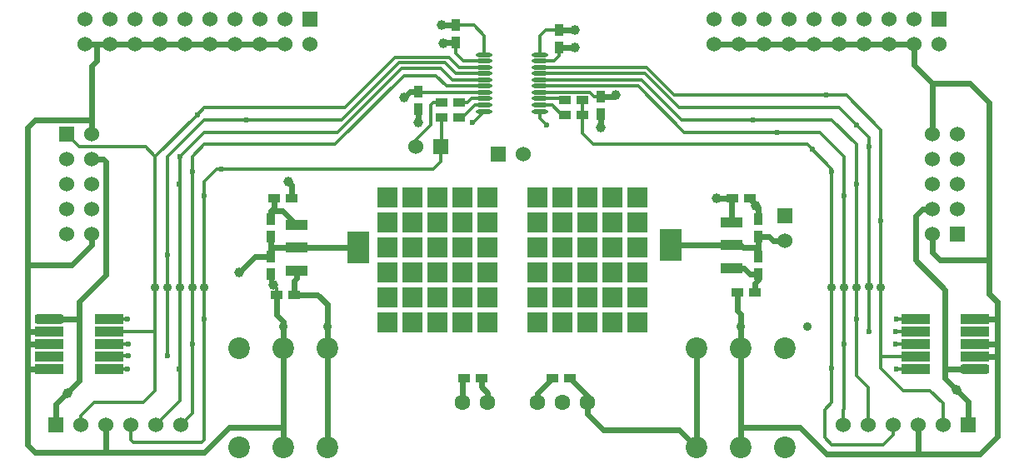
<source format=gtl>
G04 Layer_Physical_Order=1*
G04 Layer_Color=255*
%FSLAX25Y25*%
%MOIN*%
G70*
G01*
G75*
%ADD10R,0.04500X0.03200*%
%ADD11R,0.03200X0.04500*%
%ADD12O,0.06496X0.01772*%
%ADD13R,0.08661X0.12795*%
%ADD14R,0.08661X0.03937*%
G04:AMPARAMS|DCode=15|XSize=114.96mil|YSize=37.4mil|CornerRadius=0.94mil|HoleSize=0mil|Usage=FLASHONLY|Rotation=0.000|XOffset=0mil|YOffset=0mil|HoleType=Round|Shape=RoundedRectangle|*
%AMROUNDEDRECTD15*
21,1,0.11496,0.03553,0,0,0.0*
21,1,0.11309,0.03740,0,0,0.0*
1,1,0.00187,0.05655,-0.01777*
1,1,0.00187,-0.05655,-0.01777*
1,1,0.00187,-0.05655,0.01777*
1,1,0.00187,0.05655,0.01777*
%
%ADD15ROUNDEDRECTD15*%
G04:AMPARAMS|DCode=16|XSize=114.96mil|YSize=37.4mil|CornerRadius=9.35mil|HoleSize=0mil|Usage=FLASHONLY|Rotation=0.000|XOffset=0mil|YOffset=0mil|HoleType=Round|Shape=RoundedRectangle|*
%AMROUNDEDRECTD16*
21,1,0.11496,0.01870,0,0,0.0*
21,1,0.09626,0.03740,0,0,0.0*
1,1,0.01870,0.04813,-0.00935*
1,1,0.01870,-0.04813,-0.00935*
1,1,0.01870,-0.04813,0.00935*
1,1,0.01870,0.04813,0.00935*
%
%ADD16ROUNDEDRECTD16*%
%ADD17C,0.02362*%
%ADD18C,0.01181*%
G04:AMPARAMS|DCode=19|XSize=82.68mil|YSize=82.68mil|CornerRadius=4.13mil|HoleSize=0mil|Usage=FLASHONLY|Rotation=180.000|XOffset=0mil|YOffset=0mil|HoleType=Round|Shape=RoundedRectangle|*
%AMROUNDEDRECTD19*
21,1,0.08268,0.07441,0,0,180.0*
21,1,0.07441,0.08268,0,0,180.0*
1,1,0.00827,-0.03721,0.03721*
1,1,0.00827,0.03721,0.03721*
1,1,0.00827,0.03721,-0.03721*
1,1,0.00827,-0.03721,-0.03721*
%
%ADD19ROUNDEDRECTD19*%
%ADD20R,0.06000X0.06000*%
%ADD21C,0.06000*%
%ADD22R,0.06000X0.06000*%
%ADD23C,0.08661*%
%ADD24C,0.06299*%
%ADD25C,0.03543*%
%ADD26C,0.03937*%
%ADD27C,0.02362*%
D10*
X293854Y68898D02*
D03*
X286854D02*
D03*
X291886Y106299D02*
D03*
X284886D02*
D03*
X224957Y139764D02*
D03*
X217957D02*
D03*
X224957Y145669D02*
D03*
X217957D02*
D03*
X175744Y138779D02*
D03*
X168744D02*
D03*
X175744Y144685D02*
D03*
X168744D02*
D03*
X101815Y106299D02*
D03*
X108815D02*
D03*
X102799Y67913D02*
D03*
X109799D02*
D03*
X213035Y34449D02*
D03*
X220036D02*
D03*
X184602D02*
D03*
X177603D02*
D03*
D11*
X295276Y97988D02*
D03*
Y90988D02*
D03*
Y83224D02*
D03*
Y76224D02*
D03*
X232283Y140201D02*
D03*
Y147201D02*
D03*
X215551Y166776D02*
D03*
Y173776D02*
D03*
X174213Y168744D02*
D03*
Y175744D02*
D03*
X159449Y142169D02*
D03*
Y149169D02*
D03*
X100394Y90988D02*
D03*
Y97988D02*
D03*
Y76224D02*
D03*
Y83224D02*
D03*
D12*
X207972Y141220D02*
D03*
Y143740D02*
D03*
Y146260D02*
D03*
Y148780D02*
D03*
Y151299D02*
D03*
Y153819D02*
D03*
Y156339D02*
D03*
Y158858D02*
D03*
Y161378D02*
D03*
Y163898D02*
D03*
X185728Y141220D02*
D03*
Y143740D02*
D03*
Y146260D02*
D03*
Y148780D02*
D03*
Y151299D02*
D03*
Y153819D02*
D03*
Y156339D02*
D03*
Y158858D02*
D03*
Y161378D02*
D03*
Y163898D02*
D03*
D13*
X135236Y86614D02*
D03*
X260433Y87599D02*
D03*
D14*
X110827Y77559D02*
D03*
Y86614D02*
D03*
Y95669D02*
D03*
X284843Y96654D02*
D03*
Y87599D02*
D03*
Y78543D02*
D03*
D15*
X35512Y38228D02*
D03*
X11732D02*
D03*
X35512Y43228D02*
D03*
X11732D02*
D03*
X35512Y48228D02*
D03*
X11732D02*
D03*
X35512Y53228D02*
D03*
X11732D02*
D03*
X35512Y58228D02*
D03*
X358189D02*
D03*
X381969D02*
D03*
X358189Y53228D02*
D03*
X381969D02*
D03*
X358189Y48228D02*
D03*
X381969D02*
D03*
X358189Y43228D02*
D03*
X381969D02*
D03*
X358189Y38228D02*
D03*
D16*
X11732Y58228D02*
D03*
X381969Y38228D02*
D03*
D17*
X291886Y106299D02*
X295276Y102909D01*
X288386Y46260D02*
Y60039D01*
X168744Y168744D02*
X174213D01*
X105315Y46260D02*
Y57087D01*
X123031Y46260D02*
Y63977D01*
X100394Y86614D02*
X100394D01*
X110827D01*
X14291Y24134D02*
X18957Y28799D01*
X100394Y101378D02*
X105118D01*
X289370Y86614D02*
X295276D01*
X25866Y168228D02*
X30512D01*
Y161417D02*
Y168228D01*
X55866D02*
X65866D01*
X35866D02*
X45866D01*
X55866D01*
X85866D02*
X95866D01*
X105866D01*
X65866D02*
X75866D01*
X85866D01*
X30512D02*
X35866D01*
X28543Y159449D02*
X30512Y161417D01*
X28543Y137795D02*
Y159449D01*
X5906Y137795D02*
X28543D01*
X270669Y6890D02*
Y46260D01*
X263779Y13780D02*
X270669Y6890D01*
X233268Y13780D02*
X263779D01*
X227008Y20039D02*
X233268Y13780D01*
X227008Y20039D02*
Y24606D01*
X220036Y34449D02*
X227008Y27477D01*
Y24606D02*
Y27477D01*
X207008Y28421D02*
X213035Y34449D01*
X207008Y24606D02*
Y28421D01*
X278543Y106299D02*
X284886D01*
X286854Y61571D02*
Y68898D01*
Y61571D02*
X288386Y60039D01*
X295276Y90988D02*
X299760D01*
X301181Y89567D01*
X306102D01*
X284843Y78543D02*
X289567D01*
X291886Y76224D01*
X295276D01*
X293854Y68898D02*
Y72398D01*
X295276Y73819D01*
Y76224D01*
X260433Y87599D02*
X284843D01*
X295276Y83224D02*
Y86614D01*
Y90988D01*
X288386Y87599D02*
X289370Y86614D01*
X284843Y87599D02*
X288386D01*
X295276Y97988D02*
Y102909D01*
X284843Y106256D02*
X284886Y106299D01*
X284843Y96654D02*
Y106256D01*
X374744Y29783D02*
X379409Y25118D01*
X370079Y34449D02*
X374744Y29783D01*
X370079Y38386D02*
Y69882D01*
Y34449D02*
Y38386D01*
X370236Y38228D01*
X381969D01*
X379409Y15748D02*
Y25118D01*
X358268Y81693D02*
X370079Y69882D01*
X358268Y81693D02*
Y99410D01*
X360906Y102047D01*
X365157D01*
X387795Y81693D02*
Y144685D01*
Y68110D02*
Y81693D01*
X368110D02*
X387795D01*
X365157Y84646D02*
X368110Y81693D01*
X365157Y84646D02*
Y92047D01*
Y132047D02*
Y152559D01*
X277835Y168228D02*
X287835D01*
X322835Y3937D02*
X359409D01*
X312008Y14764D02*
X322835Y3937D01*
X288386Y14764D02*
X312008D01*
X359409Y3937D02*
X383858D01*
X359409D02*
Y15748D01*
X383858Y3937D02*
X390945Y11024D01*
X232283Y147201D02*
X237752D01*
X238189Y147638D01*
X215551Y173776D02*
X221894D01*
X215551Y166776D02*
X222004D01*
X232283Y134843D02*
X232284Y134843D01*
X232283Y134843D02*
Y140201D01*
X288386Y14764D02*
X288386D01*
X288386Y6890D02*
Y14764D01*
X390945Y58071D02*
Y64961D01*
Y48228D02*
Y58071D01*
X390787Y58228D02*
X390945Y58071D01*
X381969Y58228D02*
X390787D01*
X390945Y43307D02*
Y48228D01*
X390945Y48228D02*
X390945Y48228D01*
X381969Y48228D02*
X390945D01*
X390945Y11024D02*
Y43307D01*
X390866Y43228D02*
X390945Y43307D01*
X381969Y43228D02*
X390866D01*
X288386Y46260D02*
X288386Y46260D01*
Y14764D02*
Y46260D01*
X387795Y68110D02*
X390945Y64961D01*
X379921Y152559D02*
X387795Y144685D01*
X365157Y152559D02*
X379921D01*
X357835Y159882D02*
X365157Y152559D01*
X357835Y159882D02*
Y168228D01*
X347835D02*
X357835D01*
X337835D02*
X347835D01*
X327835D02*
X337835D01*
X317835D02*
X327835D01*
X307835D02*
X317835D01*
X297835D02*
X307835D01*
X287835D02*
X297835D01*
X159449Y136811D02*
Y142169D01*
X110827Y86614D02*
X135236D01*
X100394D02*
Y90988D01*
Y83224D02*
Y86614D01*
X110827Y74410D02*
Y77559D01*
X109799Y73382D02*
X110827Y74410D01*
X109799Y67913D02*
Y73382D01*
X105118Y101378D02*
X110827Y95669D01*
X101815Y102799D02*
Y106299D01*
X100394Y101378D02*
X101815Y102799D01*
X100394Y97988D02*
Y101378D01*
X2953Y134843D02*
X5906Y137795D01*
X28543Y132047D02*
Y137795D01*
Y87599D02*
Y92047D01*
X2953Y79724D02*
Y134843D01*
Y7874D02*
X5906Y4921D01*
X73819D02*
X83661Y14764D01*
X104331D01*
X105315Y6890D02*
Y46260D01*
X34291Y5079D02*
Y15748D01*
Y5079D02*
X34449Y4921D01*
X5906D02*
X34449D01*
X73819D01*
X3780Y38228D02*
X11732D01*
X2953Y37402D02*
X3780Y38228D01*
X2953Y7874D02*
Y37402D01*
X2953Y48228D02*
X11732D01*
X2953Y48228D02*
X2953Y48228D01*
X2953Y37402D02*
Y48228D01*
X3032Y53228D02*
X11732D01*
X2953Y53150D02*
X3032Y53228D01*
X2953Y48228D02*
Y53150D01*
Y79724D01*
X14291Y15748D02*
Y24134D01*
X2953Y79724D02*
X20669D01*
X28543Y87599D01*
X18957Y28287D02*
Y28799D01*
X23622Y33465D01*
X11732Y58228D02*
X22480D01*
X23622Y33465D02*
Y64961D01*
X34449Y75787D01*
X28543Y122047D02*
X33465D01*
X34449Y121063D01*
Y75787D02*
Y121063D01*
X123031Y6890D02*
Y46260D01*
X119095Y67913D02*
X123031Y63977D01*
X109799Y67913D02*
X119095D01*
X102799Y59602D02*
Y67913D01*
Y59602D02*
X105315Y57087D01*
X94051Y83224D02*
X100394D01*
X87598Y76772D02*
X94051Y83224D01*
X168744Y175744D02*
X174213D01*
X168744Y168744D02*
X169181Y168307D01*
X156059Y149169D02*
X159449D01*
X153543Y146653D02*
X156059Y149169D01*
X108815Y106299D02*
Y111657D01*
X107283Y113189D02*
X108815Y111657D01*
X177008Y24606D02*
Y33854D01*
X177603Y34449D01*
X187008Y24606D02*
Y28543D01*
X184602Y30949D02*
X187008Y28543D01*
X184602Y30949D02*
Y34449D01*
D18*
X314961Y127953D02*
X324803Y118110D01*
X339567Y53150D02*
Y70965D01*
X63976Y70866D02*
Y112205D01*
Y25433D02*
Y38386D01*
X324803Y70866D02*
Y117126D01*
Y38386D02*
Y70866D01*
X329724D02*
Y107283D01*
Y48228D02*
Y70866D01*
X334646D02*
Y112205D01*
Y58071D02*
Y70866D01*
X339567Y70965D02*
Y126969D01*
X344488Y70866D02*
Y97441D01*
Y43307D02*
Y70866D01*
X73819D02*
Y107283D01*
Y58071D02*
Y70866D01*
X68898D02*
Y117126D01*
Y48228D02*
Y70866D01*
X63976Y38386D02*
Y70866D01*
X59055D02*
Y83661D01*
Y43307D02*
Y70866D01*
X54134D02*
Y123031D01*
Y53150D02*
Y70866D01*
X207972Y146260D02*
X217957D01*
X334646Y35433D02*
Y58071D01*
X350551Y58228D02*
X358189D01*
X339567Y53150D02*
X339646Y53228D01*
X350472D02*
X358189D01*
X329724Y21969D02*
Y48228D01*
X350394Y48228D02*
X358189D01*
X324803Y24606D02*
Y38386D01*
X350551Y38228D02*
X358189D01*
X344488Y38386D02*
Y43307D01*
X344567Y43228D01*
X358189D01*
X344488Y97441D02*
Y133858D01*
X329724Y107283D02*
Y123031D01*
X339567Y126969D02*
Y130905D01*
X324803Y117126D02*
Y118110D01*
X334646Y112205D02*
Y127953D01*
Y135827D02*
X339567Y130905D01*
X327756Y142717D02*
X334646Y135827D01*
X322835Y147638D02*
X330709D01*
X261811D02*
X322835D01*
X303150Y132874D02*
X319882D01*
X265748D02*
X303150D01*
X293307Y137795D02*
X324803D01*
X264764D02*
X293307D01*
X263648Y142717D02*
X327756D01*
X330709Y147638D02*
X344488Y133858D01*
X250026Y156339D02*
X263648Y142717D01*
X250591Y158858D02*
X261811Y147638D01*
X247323Y151299D02*
X265748Y132874D01*
X229331Y127953D02*
X314961D01*
X224957Y132327D02*
X229331Y127953D01*
X321850Y21654D02*
X324803Y24606D01*
X321850Y10827D02*
Y21654D01*
Y10827D02*
X324803Y7874D01*
X349409Y11811D02*
Y15748D01*
X345472Y7874D02*
X349409Y11811D01*
X324803Y7874D02*
X345472D01*
X319882Y132874D02*
X329724Y123031D01*
X329409Y21654D02*
X329724Y21969D01*
X224957Y132327D02*
Y139764D01*
Y145669D01*
X229524Y147201D02*
X232283D01*
X207972Y151299D02*
X247323D01*
X207972Y153819D02*
X248740D01*
X207972Y156339D02*
X250026D01*
X207972Y158858D02*
X250591D01*
X248740Y153819D02*
X264764Y137795D01*
X227865Y148860D02*
X229524Y147201D01*
X215048Y148860D02*
X227865D01*
X207972Y138484D02*
X210630Y135827D01*
X207972Y138484D02*
Y141220D01*
X329409Y15748D02*
Y21654D01*
X324803Y137795D02*
X334646Y127953D01*
X214967Y148780D02*
X215048Y148860D01*
X207972Y148780D02*
X214967D01*
X339409Y15748D02*
Y30669D01*
X334646Y35433D02*
X339409Y30669D01*
X216831Y139764D02*
X217957D01*
X212855Y143740D02*
X216831Y139764D01*
X207972Y143740D02*
X212855D01*
X369409Y15748D02*
Y24291D01*
X364173Y29528D02*
X369409Y24291D01*
X353346Y29528D02*
X364173D01*
X344488Y38386D02*
X353346Y29528D01*
X210193Y173776D02*
X215551D01*
X207972Y171555D02*
X210193Y173776D01*
X207972Y163898D02*
Y171555D01*
X215551Y163386D02*
Y166776D01*
X213543Y161378D02*
X215551Y163386D01*
X207972Y161378D02*
X213543D01*
X168744Y127516D02*
Y138779D01*
X165354Y144685D02*
X168744D01*
X164370Y143701D02*
X165354Y144685D01*
X185512Y141220D02*
X185728D01*
X181319Y136811D02*
X185728Y141220D01*
X181102Y136811D02*
X181319D01*
X165755Y148780D02*
X165835Y148860D01*
X159838Y148780D02*
X165755D01*
X159449Y149169D02*
X159838Y148780D01*
X182126Y143740D02*
X185728D01*
X177165Y138779D02*
X182126Y143740D01*
X175744Y138779D02*
X177165D01*
X180709Y146260D02*
X185728D01*
X179134Y144685D02*
X180709Y146260D01*
X175744Y144685D02*
X179134D01*
X164370Y135827D02*
Y143701D01*
X158465Y129921D02*
X164370Y135827D01*
X158465Y126969D02*
Y129921D01*
X100394Y72835D02*
Y76224D01*
X102799Y67913D02*
Y70429D01*
X100394Y72835D02*
X101378Y71850D01*
X102799Y70429D01*
X165835Y148860D02*
X178653D01*
X178733Y148780D01*
X185728D01*
X170551Y151299D02*
X185728D01*
X172953Y153819D02*
X185728D01*
X151656Y160646D02*
X170063D01*
X174370Y156339D01*
X185728D01*
X150031Y162827D02*
X171819D01*
X175787Y158858D01*
X185728D01*
X64291Y15748D02*
X68898Y20354D01*
X153543Y155512D02*
X166339D01*
X170551Y151299D01*
X152559Y158465D02*
X168307D01*
X172953Y153819D01*
X59055Y123031D02*
X73819Y137795D01*
X63976Y123031D02*
X73819Y132874D01*
X126969D01*
X152559Y158465D01*
X54291Y15748D02*
X63976Y25433D01*
X168465Y121221D02*
Y126969D01*
X165354Y118110D02*
X168465Y121221D01*
X68898Y123031D02*
X73819Y127953D01*
Y113189D02*
X78740Y118110D01*
X44291Y9843D02*
Y15748D01*
X49213Y24606D02*
X54134Y29528D01*
X29528Y24606D02*
X49213D01*
X24291Y19370D02*
X29528Y24606D01*
X24291Y15748D02*
Y19370D01*
X35512Y38228D02*
X43150D01*
X63819D02*
X63976Y38386D01*
X35512Y43228D02*
X35590Y43307D01*
X35512Y48228D02*
X43307D01*
X35590Y43307D02*
X43307D01*
X68898Y20354D02*
Y48228D01*
X35512Y53228D02*
X54055D01*
X54134Y53150D01*
Y29528D02*
Y53150D01*
X35512Y58228D02*
X43150D01*
X73819Y9843D02*
Y58071D01*
X59055Y83661D02*
Y123031D01*
X63819Y112047D02*
X63976Y112205D01*
Y123031D01*
X73819Y107283D02*
Y113189D01*
X68898Y117126D02*
Y123031D01*
X18543Y132047D02*
X23622Y126969D01*
X50197D01*
X54134Y123031D01*
X70866Y139764D01*
X128805Y137795D02*
X151656Y160646D01*
X70866Y139764D02*
X73819Y142717D01*
X129921D02*
X150031Y162827D01*
X73819Y142717D02*
X129921D01*
X125984Y127953D02*
X153543Y155512D01*
X73819Y127953D02*
X125984D01*
X78740Y118110D02*
X80709D01*
X165354D01*
X73819Y137795D02*
X90551D01*
X128805D01*
X72835Y8858D02*
X73819Y9843D01*
X44291Y9843D02*
X45276Y8858D01*
X72835D01*
X177205Y161378D02*
X185728D01*
X174213Y164370D02*
X177205Y161378D01*
X174213Y164370D02*
Y168744D01*
X185728Y163898D02*
Y171555D01*
X181539Y175744D02*
X185728Y171555D01*
X174213Y175744D02*
X181539D01*
D19*
X246850Y106693D02*
D03*
X236850D02*
D03*
X226850D02*
D03*
X216850D02*
D03*
X206850D02*
D03*
X186850D02*
D03*
X176850D02*
D03*
X166850D02*
D03*
X156850D02*
D03*
X146850D02*
D03*
X246850Y76693D02*
D03*
X236850D02*
D03*
X226850D02*
D03*
X216850D02*
D03*
X206850D02*
D03*
X186850D02*
D03*
X176850D02*
D03*
X166850D02*
D03*
X156850D02*
D03*
X146850D02*
D03*
Y66693D02*
D03*
X156850D02*
D03*
X166850D02*
D03*
X176850D02*
D03*
X186850D02*
D03*
X206850D02*
D03*
X216850D02*
D03*
X226850D02*
D03*
X236850D02*
D03*
X246850D02*
D03*
X146850Y56693D02*
D03*
X156850D02*
D03*
X166850D02*
D03*
X176850D02*
D03*
X186850D02*
D03*
X206850D02*
D03*
X216850D02*
D03*
X226850D02*
D03*
X236850D02*
D03*
X246850D02*
D03*
X146850Y96693D02*
D03*
X156850D02*
D03*
X166850D02*
D03*
X176850D02*
D03*
X186850D02*
D03*
X206850D02*
D03*
X216850D02*
D03*
X226850D02*
D03*
X236850D02*
D03*
X246850D02*
D03*
X146850Y86693D02*
D03*
X156850D02*
D03*
X166850D02*
D03*
X176850D02*
D03*
X186850D02*
D03*
X206850D02*
D03*
X216850D02*
D03*
X226850D02*
D03*
X236850D02*
D03*
X246850D02*
D03*
D20*
X367835Y178228D02*
D03*
X306102Y99567D02*
D03*
X115866Y178228D02*
D03*
D21*
X367835Y168228D02*
D03*
X357835Y178228D02*
D03*
Y168228D02*
D03*
X347835Y178228D02*
D03*
Y168228D02*
D03*
X337835Y178228D02*
D03*
Y168228D02*
D03*
X327835Y178228D02*
D03*
Y168228D02*
D03*
X317835Y178228D02*
D03*
Y168228D02*
D03*
X307835Y178228D02*
D03*
Y168228D02*
D03*
X297835Y178228D02*
D03*
Y168228D02*
D03*
X287835Y178228D02*
D03*
Y168228D02*
D03*
X277835Y178228D02*
D03*
Y168228D02*
D03*
X365157Y92047D02*
D03*
X375157Y102047D02*
D03*
X365157D02*
D03*
X375157Y112047D02*
D03*
X365157D02*
D03*
X375157Y122047D02*
D03*
X365157D02*
D03*
X375157Y132047D02*
D03*
X365157D02*
D03*
X306102Y89567D02*
D03*
X158465Y126969D02*
D03*
X34291Y15748D02*
D03*
X24291D02*
D03*
X44291D02*
D03*
X54291D02*
D03*
X64291D02*
D03*
X28543Y132047D02*
D03*
X18543Y122047D02*
D03*
X28543D02*
D03*
X18543Y112047D02*
D03*
X28543D02*
D03*
X18543Y102047D02*
D03*
X28543D02*
D03*
X18543Y92047D02*
D03*
X28543D02*
D03*
X115866Y168228D02*
D03*
X105866Y178228D02*
D03*
Y168228D02*
D03*
X95866Y178228D02*
D03*
Y168228D02*
D03*
X85866Y178228D02*
D03*
Y168228D02*
D03*
X75866Y178228D02*
D03*
Y168228D02*
D03*
X65866Y178228D02*
D03*
Y168228D02*
D03*
X55866Y178228D02*
D03*
Y168228D02*
D03*
X45866Y178228D02*
D03*
Y168228D02*
D03*
X35866Y178228D02*
D03*
Y168228D02*
D03*
X25866Y178228D02*
D03*
Y168228D02*
D03*
X201339Y124213D02*
D03*
X359409Y15748D02*
D03*
X369409D02*
D03*
X349409D02*
D03*
X339409D02*
D03*
X329409D02*
D03*
D22*
X375157Y92047D02*
D03*
X168465Y126969D02*
D03*
X14291Y15748D02*
D03*
X18543Y132047D02*
D03*
X191339Y124213D02*
D03*
X379409Y15748D02*
D03*
D23*
X288386Y46260D02*
D03*
Y6890D02*
D03*
X270669Y46260D02*
D03*
Y6890D02*
D03*
X123031Y46260D02*
D03*
Y6890D02*
D03*
X105315Y46260D02*
D03*
Y6890D02*
D03*
X87598Y46260D02*
D03*
Y6890D02*
D03*
X306102Y46260D02*
D03*
Y6890D02*
D03*
D24*
X177008Y24606D02*
D03*
X187008D02*
D03*
X207008D02*
D03*
X217008D02*
D03*
X227008D02*
D03*
D25*
X315059Y55020D02*
D03*
X288287Y55118D02*
D03*
X123130D02*
D03*
X105315D02*
D03*
X324803Y70866D02*
D03*
X329724D02*
D03*
X334646D02*
D03*
X339567Y70965D02*
D03*
X344488Y70866D02*
D03*
X73819D02*
D03*
X68898D02*
D03*
X63976D02*
D03*
X59055D02*
D03*
X54134D02*
D03*
D26*
X294291Y103347D02*
D03*
X278543Y106299D02*
D03*
X374744Y29783D02*
D03*
X238189Y147638D02*
D03*
X221894Y173776D02*
D03*
X222004Y166776D02*
D03*
X232284Y134843D02*
D03*
X159449Y136811D02*
D03*
X101378Y71850D02*
D03*
X18957Y28287D02*
D03*
X87598Y76772D02*
D03*
X168744Y175744D02*
D03*
X169181Y168307D02*
D03*
X153543Y146653D02*
D03*
X107283Y113189D02*
D03*
D27*
X334646Y58071D02*
D03*
X350551Y58228D02*
D03*
X339646Y53228D02*
D03*
X350472D02*
D03*
X329724Y48228D02*
D03*
X350394Y48228D02*
D03*
X324803Y38386D02*
D03*
X350551Y38228D02*
D03*
X344488Y97441D02*
D03*
X329724Y107283D02*
D03*
X339567Y126969D02*
D03*
X324803Y117126D02*
D03*
X334646Y112205D02*
D03*
Y135827D02*
D03*
X316929Y125984D02*
D03*
X322835Y147638D02*
D03*
X303150Y132874D02*
D03*
X293307Y137795D02*
D03*
X210630Y135827D02*
D03*
X181102Y136811D02*
D03*
X43150Y38228D02*
D03*
X63819D02*
D03*
X59055Y43307D02*
D03*
X43307Y48228D02*
D03*
X43307Y43307D02*
D03*
X68898Y48228D02*
D03*
X43150Y58228D02*
D03*
X73819Y58071D02*
D03*
X59055Y83661D02*
D03*
X63819Y112047D02*
D03*
X73819Y107283D02*
D03*
X68898Y117126D02*
D03*
X63976Y123031D02*
D03*
X70866Y139764D02*
D03*
X80709Y118110D02*
D03*
X90551Y137795D02*
D03*
M02*

</source>
